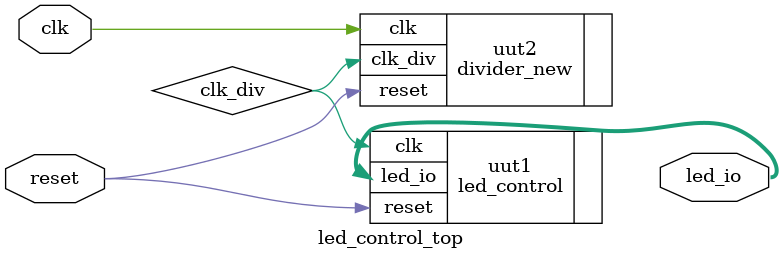
<source format=v>
module led_control_top(
input clk,
input reset,
output [3:0] led_io
);
wire clk_div;
led_control uut1(
.clk(clk_div),
.reset(reset),
.led_io(led_io)
)
;
divider_new uut2(
.clk(clk),
.reset(reset),
.clk_div(clk_div)
);
endmodule
</source>
